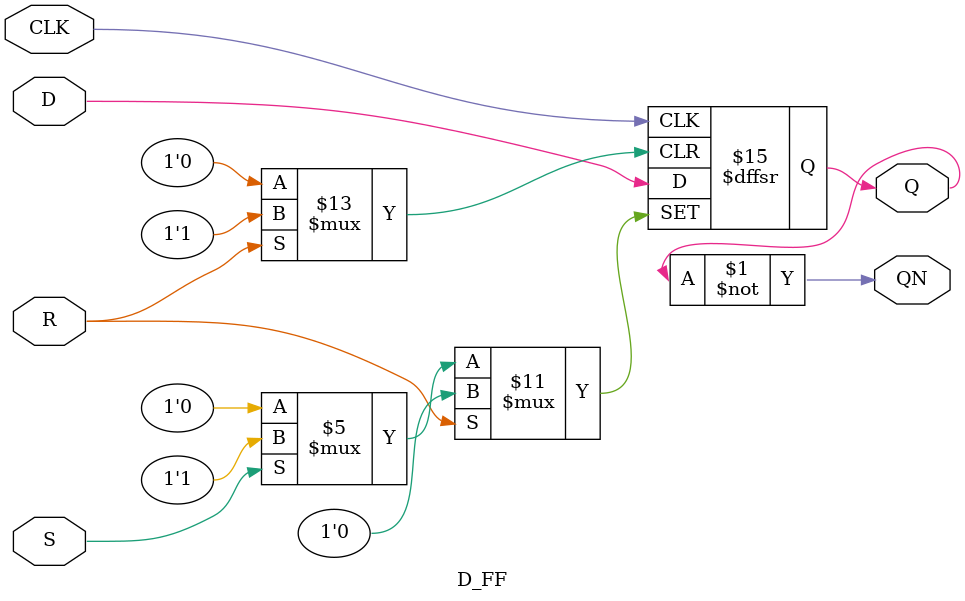
<source format=sv>
module counter_8bit_sync_gate_with_carry (
    input      clk,        // Global clock
    input      rst,        // Async reset (active high)
    output [7:0]  count,    // Count output
    output        carry_out // Carry out: high when count == 8'hFF
);

    // Internal wires for D_FF connections
    wire [7:0] D;
    wire [7:0] Q;
    wire [7:0] QN;
    wire [7:0] carry;

    // Assign count
    assign count = Q;

    // -------------------------------
    // Carry Chain: carry[i] = carry[i-1] & Q[i-1]
    // -------------------------------
    assign carry[0] = 1'b1;
    assign carry[1] = carry[0] & Q[0];
    assign carry[2] = carry[1] & Q[1];
    assign carry[3] = carry[2] & Q[2];
    assign carry[4] = carry[3] & Q[3];
    assign carry[5] = carry[4] & Q[4];
    assign carry[6] = carry[5] & Q[5];
    assign carry[7] = carry[6] & Q[6];

    // -------------------------------
    // D[i] = Q[i] ^ carry[i]
    // We implement XOR using: a ^ b = (a & ~b) | (~a & b)
    // But simpler: use assign D[i] = Q[i] ^ carry[i]
    // (In Multisim, you'd use XOR gate or logic)
    // -------------------------------
    assign D[0] = Q[0] ^ carry[0];
    assign D[1] = Q[1] ^ carry[1];
    assign D[2] = Q[2] ^ carry[2];
    assign D[3] = Q[3] ^ carry[3];
    assign D[4] = Q[4] ^ carry[4];
    assign D[5] = Q[5] ^ carry[5];
    assign D[6] = Q[6] ^ carry[6];
    assign D[7] = Q[7] ^ carry[7];

    // -------------------------------
    // carry_out = 1 when all Q are 1
    // -------------------------------
    assign carry_out = &Q;  // Q[0] & Q[1] & ... & Q[7]

    // -------------------------------
    // Instantiate D_FF (Multisim style)
    // Each D_FF has: D, CLK, R, S, Q, QN
    // -------------------------------
    D_FF ff0 (
        .D(D[0]),
        .CLK(clk),
        .R(rst),
        .S(1'b0),      // Not used, tie to 0
        .Q(Q[0]),
        .QN(QN[0])
    );

    D_FF ff1 (
        .D(D[1]),
        .CLK(clk),
        .R(rst),
        .S(1'b0),
        .Q(Q[1]),
        .QN(QN[1])
    );

    D_FF ff2 (
        .D(D[2]),
        .CLK(clk),
        .R(rst),
        .S(1'b0),
        .Q(Q[2]),
        .QN(QN[2])
    );

    D_FF ff3 (
        .D(D[3]),
        .CLK(clk),
        .R(rst),
        .S(1'b0),
        .Q(Q[3]),
        .QN(QN[3])
    );

    D_FF ff4 (
        .D(D[4]),
        .CLK(clk),
        .R(rst),
        .S(1'b0),
        .Q(Q[4]),
        .QN(QN[4])
    );

    D_FF ff5 (
        .D(D[5]),
        .CLK(clk),
        .R(rst),
        .S(1'b0),
        .Q(Q[5]),
        .QN(QN[5])
    );

    D_FF ff6 (
        .D(D[6]),
        .CLK(clk),
        .R(rst),
        .S(1'b0),
        .Q(Q[6]),
        .QN(QN[6])
    );

    D_FF ff7 (
        .D(D[7]),
        .CLK(clk),
        .R(rst),
        .S(1'b0),      // S not used
        .Q(Q[7]),
        .QN(QN[7])
    );

endmodule


// --------------------------------------------------------
// D_FF Model (for simulation only)
// This models the Multisim D_FF component
// In real simulation, you may not need to define it
// But for standalone Verilog sim, we provide behavioral model
// --------------------------------------------------------
module D_FF (
    input      D,
    input      CLK,
    input      R,   // Async reset, active high
    input      S,   // Async set,  active high
    output reg Q,
    output     QN
);

    assign QN = ~Q;

    always @(posedge CLK or posedge R or posedge S) begin
        if (R)
            Q <= 1'b0;
        else if (S)
            Q <= 1'b1;
        else
            Q <= D;
    end

endmodule

</source>
